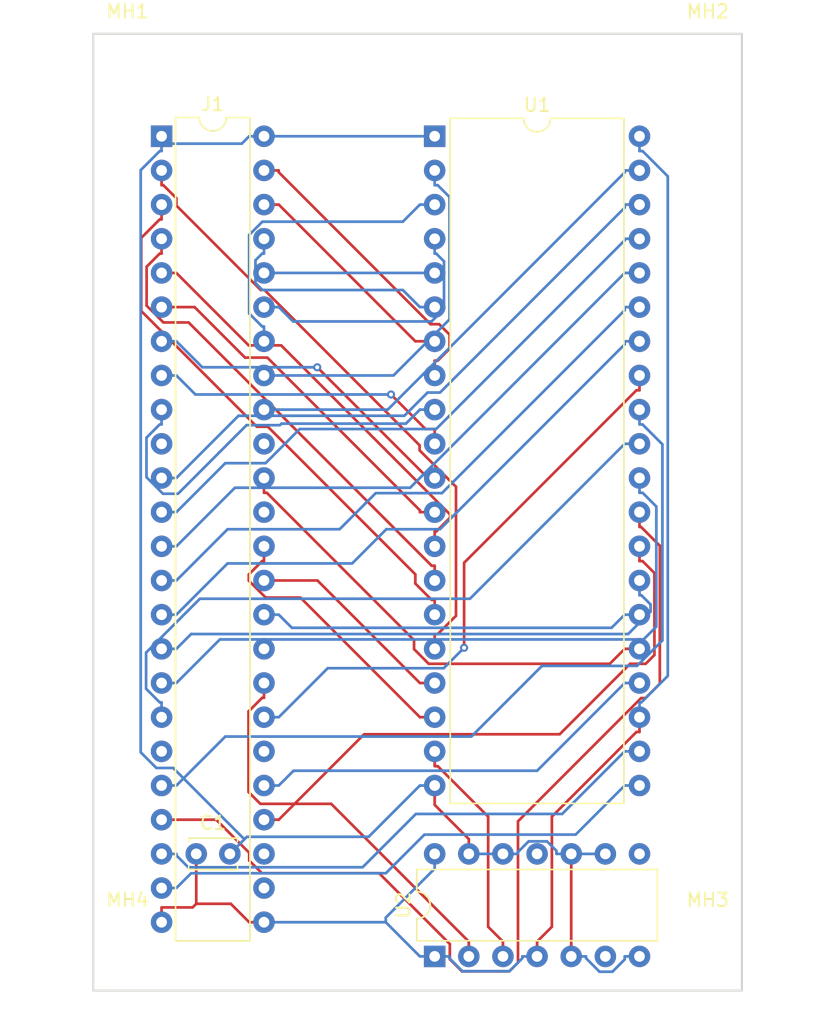
<source format=kicad_pcb>
(kicad_pcb (version 20171130) (host pcbnew 5.1.5+dfsg1-2build2)

  (general
    (thickness 1.6)
    (drawings 4)
    (tracks 358)
    (zones 0)
    (modules 8)
    (nets 51)
  )

  (page A4)
  (layers
    (0 F.Cu signal)
    (31 B.Cu signal)
    (32 B.Adhes user)
    (33 F.Adhes user)
    (34 B.Paste user)
    (35 F.Paste user)
    (36 B.SilkS user)
    (37 F.SilkS user)
    (38 B.Mask user)
    (39 F.Mask user)
    (40 Dwgs.User user)
    (41 Cmts.User user)
    (42 Eco1.User user)
    (43 Eco2.User user)
    (44 Edge.Cuts user)
    (45 Margin user)
    (46 B.CrtYd user)
    (47 F.CrtYd user)
    (48 B.Fab user)
    (49 F.Fab user)
  )

  (setup
    (last_trace_width 0.2)
    (user_trace_width 0.2)
    (user_trace_width 0.4)
    (user_trace_width 0.6)
    (user_trace_width 0.8)
    (user_trace_width 1)
    (user_trace_width 1.2)
    (user_trace_width 1.6)
    (user_trace_width 2)
    (trace_clearance 0.2)
    (zone_clearance 0.35)
    (zone_45_only no)
    (trace_min 0.1524)
    (via_size 0.6)
    (via_drill 0.3)
    (via_min_size 0.5)
    (via_min_drill 0.2)
    (user_via 0.9 0.5)
    (user_via 1.2 0.8)
    (user_via 1.4 0.9)
    (user_via 1.5 1)
    (uvia_size 0.3)
    (uvia_drill 0.1)
    (uvias_allowed no)
    (uvia_min_size 0.2)
    (uvia_min_drill 0.1)
    (edge_width 0.15)
    (segment_width 0.2)
    (pcb_text_width 0.3)
    (pcb_text_size 1.5 1.5)
    (mod_edge_width 0.15)
    (mod_text_size 1 1)
    (mod_text_width 0.15)
    (pad_size 3.2 3.2)
    (pad_drill 3.2)
    (pad_to_mask_clearance 0.051)
    (solder_mask_min_width 0.25)
    (aux_axis_origin 101 70)
    (grid_origin 101 70)
    (visible_elements FFFDFF7F)
    (pcbplotparams
      (layerselection 0x010fc_ffffffff)
      (usegerberextensions false)
      (usegerberattributes false)
      (usegerberadvancedattributes false)
      (creategerberjobfile false)
      (excludeedgelayer true)
      (linewidth 0.100000)
      (plotframeref false)
      (viasonmask false)
      (mode 1)
      (useauxorigin false)
      (hpglpennumber 1)
      (hpglpenspeed 20)
      (hpglpendiameter 15.000000)
      (psnegative false)
      (psa4output false)
      (plotreference true)
      (plotvalue true)
      (plotinvisibletext false)
      (padsonsilk false)
      (subtractmaskfromsilk false)
      (outputformat 1)
      (mirror false)
      (drillshape 1)
      (scaleselection 1)
      (outputdirectory ""))
  )

  (net 0 "")
  (net 1 GND)
  (net 2 VCC)
  (net 3 /P50)
  (net 4 /P53)
  (net 5 "Net-(J1-Pad30)")
  (net 6 /P51)
  (net 7 /P36)
  (net 8 /P52)
  (net 9 "Net-(J1-Pad27)")
  (net 10 /P37)
  (net 11 /P47)
  (net 12 /P55)
  (net 13 /P54)
  (net 14 /P46)
  (net 15 "Net-(J1-Pad26)")
  (net 16 "Net-(J1-Pad19)")
  (net 17 /P35)
  (net 18 /P20)
  (net 19 /P34)
  (net 20 /P21)
  (net 21 /P33)
  (net 22 /P22)
  (net 23 /P32)
  (net 24 /P23)
  (net 25 /P31)
  (net 26 /P24)
  (net 27 /P30)
  (net 28 /P25)
  (net 29 "Net-(J1-Pad10)")
  (net 30 /P26)
  (net 31 /P17)
  (net 32 /P27)
  (net 33 /P16)
  (net 34 "Net-(J1-Pad39)")
  (net 35 /P15)
  (net 36 /P40)
  (net 37 /P14)
  (net 38 "Net-(J1-Pad37)")
  (net 39 /P13)
  (net 40 /P42)
  (net 41 /P12)
  (net 42 /P43)
  (net 43 /P11)
  (net 44 /P44)
  (net 45 /P10)
  (net 46 "Net-(J1-Pad33)")
  (net 47 "Net-(U1-Pad19)")
  (net 48 "Net-(U2-Pad6)")
  (net 49 "Net-(U2-Pad11)")
  (net 50 "Net-(U2-Pad8)")

  (net_class Default "This is the default net class."
    (clearance 0.2)
    (trace_width 0.2)
    (via_dia 0.6)
    (via_drill 0.3)
    (uvia_dia 0.3)
    (uvia_drill 0.1)
    (diff_pair_width 0.2)
    (diff_pair_gap 0.2)
    (add_net /P10)
    (add_net /P11)
    (add_net /P12)
    (add_net /P13)
    (add_net /P14)
    (add_net /P15)
    (add_net /P16)
    (add_net /P17)
    (add_net /P20)
    (add_net /P21)
    (add_net /P22)
    (add_net /P23)
    (add_net /P24)
    (add_net /P25)
    (add_net /P26)
    (add_net /P27)
    (add_net /P30)
    (add_net /P31)
    (add_net /P32)
    (add_net /P33)
    (add_net /P34)
    (add_net /P35)
    (add_net /P36)
    (add_net /P37)
    (add_net /P40)
    (add_net /P42)
    (add_net /P43)
    (add_net /P44)
    (add_net /P46)
    (add_net /P47)
    (add_net /P50)
    (add_net /P51)
    (add_net /P52)
    (add_net /P53)
    (add_net /P54)
    (add_net /P55)
    (add_net GND)
    (add_net "Net-(J1-Pad10)")
    (add_net "Net-(J1-Pad19)")
    (add_net "Net-(J1-Pad26)")
    (add_net "Net-(J1-Pad27)")
    (add_net "Net-(J1-Pad30)")
    (add_net "Net-(J1-Pad33)")
    (add_net "Net-(J1-Pad37)")
    (add_net "Net-(J1-Pad39)")
    (add_net "Net-(U1-Pad19)")
    (add_net "Net-(U2-Pad11)")
    (add_net "Net-(U2-Pad6)")
    (add_net "Net-(U2-Pad8)")
    (add_net VCC)
  )

  (module Package_DIP:DIP-40_W15.24mm (layer F.Cu) (tedit 5A02E8C5) (tstamp 61E7AEA6)
    (at 123.86 75.08)
    (descr "40-lead though-hole mounted DIP package, row spacing 15.24 mm (600 mils)")
    (tags "THT DIP DIL PDIP 2.54mm 15.24mm 600mil")
    (path /61EB3774)
    (fp_text reference U1 (at 7.62 -2.33) (layer F.SilkS)
      (effects (font (size 1 1) (thickness 0.15)))
    )
    (fp_text value P80C86A (at 7.62 50.59) (layer F.Fab)
      (effects (font (size 1 1) (thickness 0.15)))
    )
    (fp_text user %R (at 7.62 24.13) (layer F.Fab)
      (effects (font (size 1 1) (thickness 0.15)))
    )
    (fp_line (start 16.3 -1.55) (end -1.05 -1.55) (layer F.CrtYd) (width 0.05))
    (fp_line (start 16.3 49.8) (end 16.3 -1.55) (layer F.CrtYd) (width 0.05))
    (fp_line (start -1.05 49.8) (end 16.3 49.8) (layer F.CrtYd) (width 0.05))
    (fp_line (start -1.05 -1.55) (end -1.05 49.8) (layer F.CrtYd) (width 0.05))
    (fp_line (start 14.08 -1.33) (end 8.62 -1.33) (layer F.SilkS) (width 0.12))
    (fp_line (start 14.08 49.59) (end 14.08 -1.33) (layer F.SilkS) (width 0.12))
    (fp_line (start 1.16 49.59) (end 14.08 49.59) (layer F.SilkS) (width 0.12))
    (fp_line (start 1.16 -1.33) (end 1.16 49.59) (layer F.SilkS) (width 0.12))
    (fp_line (start 6.62 -1.33) (end 1.16 -1.33) (layer F.SilkS) (width 0.12))
    (fp_line (start 0.255 -0.27) (end 1.255 -1.27) (layer F.Fab) (width 0.1))
    (fp_line (start 0.255 49.53) (end 0.255 -0.27) (layer F.Fab) (width 0.1))
    (fp_line (start 14.985 49.53) (end 0.255 49.53) (layer F.Fab) (width 0.1))
    (fp_line (start 14.985 -1.27) (end 14.985 49.53) (layer F.Fab) (width 0.1))
    (fp_line (start 1.255 -1.27) (end 14.985 -1.27) (layer F.Fab) (width 0.1))
    (fp_arc (start 7.62 -1.33) (end 6.62 -1.33) (angle -180) (layer F.SilkS) (width 0.12))
    (pad 40 thru_hole oval (at 15.24 0) (size 1.6 1.6) (drill 0.8) (layers *.Cu *.Mask)
      (net 2 VCC))
    (pad 20 thru_hole oval (at 0 48.26) (size 1.6 1.6) (drill 0.8) (layers *.Cu *.Mask)
      (net 1 GND))
    (pad 39 thru_hole oval (at 15.24 2.54) (size 1.6 1.6) (drill 0.8) (layers *.Cu *.Mask)
      (net 32 /P27))
    (pad 19 thru_hole oval (at 0 45.72) (size 1.6 1.6) (drill 0.8) (layers *.Cu *.Mask)
      (net 47 "Net-(U1-Pad19)"))
    (pad 38 thru_hole oval (at 15.24 5.08) (size 1.6 1.6) (drill 0.8) (layers *.Cu *.Mask)
      (net 27 /P30))
    (pad 18 thru_hole oval (at 0 43.18) (size 1.6 1.6) (drill 0.8) (layers *.Cu *.Mask)
      (net 40 /P42))
    (pad 37 thru_hole oval (at 15.24 7.62) (size 1.6 1.6) (drill 0.8) (layers *.Cu *.Mask)
      (net 25 /P31))
    (pad 17 thru_hole oval (at 0 40.64) (size 1.6 1.6) (drill 0.8) (layers *.Cu *.Mask)
      (net 42 /P43))
    (pad 36 thru_hole oval (at 15.24 10.16) (size 1.6 1.6) (drill 0.8) (layers *.Cu *.Mask)
      (net 23 /P32))
    (pad 16 thru_hole oval (at 0 38.1) (size 1.6 1.6) (drill 0.8) (layers *.Cu *.Mask)
      (net 45 /P10))
    (pad 35 thru_hole oval (at 15.24 12.7) (size 1.6 1.6) (drill 0.8) (layers *.Cu *.Mask)
      (net 21 /P33))
    (pad 15 thru_hole oval (at 0 35.56) (size 1.6 1.6) (drill 0.8) (layers *.Cu *.Mask)
      (net 43 /P11))
    (pad 34 thru_hole oval (at 15.24 15.24) (size 1.6 1.6) (drill 0.8) (layers *.Cu *.Mask)
      (net 19 /P34))
    (pad 14 thru_hole oval (at 0 33.02) (size 1.6 1.6) (drill 0.8) (layers *.Cu *.Mask)
      (net 41 /P12))
    (pad 33 thru_hole oval (at 15.24 17.78) (size 1.6 1.6) (drill 0.8) (layers *.Cu *.Mask)
      (net 11 /P47))
    (pad 13 thru_hole oval (at 0 30.48) (size 1.6 1.6) (drill 0.8) (layers *.Cu *.Mask)
      (net 39 /P13))
    (pad 32 thru_hole oval (at 15.24 20.32) (size 1.6 1.6) (drill 0.8) (layers *.Cu *.Mask)
      (net 3 /P50))
    (pad 12 thru_hole oval (at 0 27.94) (size 1.6 1.6) (drill 0.8) (layers *.Cu *.Mask)
      (net 37 /P14))
    (pad 31 thru_hole oval (at 15.24 22.86) (size 1.6 1.6) (drill 0.8) (layers *.Cu *.Mask)
      (net 10 /P37))
    (pad 11 thru_hole oval (at 0 25.4) (size 1.6 1.6) (drill 0.8) (layers *.Cu *.Mask)
      (net 35 /P15))
    (pad 30 thru_hole oval (at 15.24 25.4) (size 1.6 1.6) (drill 0.8) (layers *.Cu *.Mask)
      (net 7 /P36))
    (pad 10 thru_hole oval (at 0 22.86) (size 1.6 1.6) (drill 0.8) (layers *.Cu *.Mask)
      (net 33 /P16))
    (pad 29 thru_hole oval (at 15.24 27.94) (size 1.6 1.6) (drill 0.8) (layers *.Cu *.Mask)
      (net 6 /P51))
    (pad 9 thru_hole oval (at 0 20.32) (size 1.6 1.6) (drill 0.8) (layers *.Cu *.Mask)
      (net 31 /P17))
    (pad 28 thru_hole oval (at 15.24 30.48) (size 1.6 1.6) (drill 0.8) (layers *.Cu *.Mask)
      (net 12 /P55))
    (pad 8 thru_hole oval (at 0 17.78) (size 1.6 1.6) (drill 0.8) (layers *.Cu *.Mask)
      (net 18 /P20))
    (pad 27 thru_hole oval (at 15.24 33.02) (size 1.6 1.6) (drill 0.8) (layers *.Cu *.Mask)
      (net 17 /P35))
    (pad 7 thru_hole oval (at 0 15.24) (size 1.6 1.6) (drill 0.8) (layers *.Cu *.Mask)
      (net 20 /P21))
    (pad 26 thru_hole oval (at 15.24 35.56) (size 1.6 1.6) (drill 0.8) (layers *.Cu *.Mask)
      (net 44 /P44))
    (pad 6 thru_hole oval (at 0 12.7) (size 1.6 1.6) (drill 0.8) (layers *.Cu *.Mask)
      (net 22 /P22))
    (pad 25 thru_hole oval (at 15.24 38.1) (size 1.6 1.6) (drill 0.8) (layers *.Cu *.Mask)
      (net 36 /P40))
    (pad 5 thru_hole oval (at 0 10.16) (size 1.6 1.6) (drill 0.8) (layers *.Cu *.Mask)
      (net 24 /P23))
    (pad 24 thru_hole oval (at 15.24 40.64) (size 1.6 1.6) (drill 0.8) (layers *.Cu *.Mask)
      (net 13 /P54))
    (pad 4 thru_hole oval (at 0 7.62) (size 1.6 1.6) (drill 0.8) (layers *.Cu *.Mask)
      (net 26 /P24))
    (pad 23 thru_hole oval (at 15.24 43.18) (size 1.6 1.6) (drill 0.8) (layers *.Cu *.Mask)
      (net 2 VCC))
    (pad 3 thru_hole oval (at 0 5.08) (size 1.6 1.6) (drill 0.8) (layers *.Cu *.Mask)
      (net 28 /P25))
    (pad 22 thru_hole oval (at 15.24 45.72) (size 1.6 1.6) (drill 0.8) (layers *.Cu *.Mask)
      (net 8 /P52))
    (pad 2 thru_hole oval (at 0 2.54) (size 1.6 1.6) (drill 0.8) (layers *.Cu *.Mask)
      (net 30 /P26))
    (pad 21 thru_hole oval (at 15.24 48.26) (size 1.6 1.6) (drill 0.8) (layers *.Cu *.Mask)
      (net 4 /P53))
    (pad 1 thru_hole rect (at 0 0) (size 1.6 1.6) (drill 0.8) (layers *.Cu *.Mask)
      (net 1 GND))
    (model ${KISYS3DMOD}/Package_DIP.3dshapes/DIP-40_W15.24mm.wrl
      (at (xyz 0 0 0))
      (scale (xyz 1 1 1))
      (rotate (xyz 0 0 0))
    )
  )

  (module Package_DIP:DIP-14_W7.62mm (layer F.Cu) (tedit 5A02E8C5) (tstamp 61E6ED2A)
    (at 123.86 136.04 90)
    (descr "14-lead though-hole mounted DIP package, row spacing 7.62 mm (300 mils)")
    (tags "THT DIP DIL PDIP 2.54mm 7.62mm 300mil")
    (path /618CEFAB)
    (fp_text reference U2 (at 3.81 -2.33 90) (layer F.SilkS)
      (effects (font (size 1 1) (thickness 0.15)))
    )
    (fp_text value 74HCT126 (at 3.81 17.57 90) (layer F.Fab)
      (effects (font (size 1 1) (thickness 0.15)))
    )
    (fp_text user %R (at 3.81 7.62 90) (layer F.Fab)
      (effects (font (size 1 1) (thickness 0.15)))
    )
    (fp_line (start 8.7 -1.55) (end -1.1 -1.55) (layer F.CrtYd) (width 0.05))
    (fp_line (start 8.7 16.8) (end 8.7 -1.55) (layer F.CrtYd) (width 0.05))
    (fp_line (start -1.1 16.8) (end 8.7 16.8) (layer F.CrtYd) (width 0.05))
    (fp_line (start -1.1 -1.55) (end -1.1 16.8) (layer F.CrtYd) (width 0.05))
    (fp_line (start 6.46 -1.33) (end 4.81 -1.33) (layer F.SilkS) (width 0.12))
    (fp_line (start 6.46 16.57) (end 6.46 -1.33) (layer F.SilkS) (width 0.12))
    (fp_line (start 1.16 16.57) (end 6.46 16.57) (layer F.SilkS) (width 0.12))
    (fp_line (start 1.16 -1.33) (end 1.16 16.57) (layer F.SilkS) (width 0.12))
    (fp_line (start 2.81 -1.33) (end 1.16 -1.33) (layer F.SilkS) (width 0.12))
    (fp_line (start 0.635 -0.27) (end 1.635 -1.27) (layer F.Fab) (width 0.1))
    (fp_line (start 0.635 16.51) (end 0.635 -0.27) (layer F.Fab) (width 0.1))
    (fp_line (start 6.985 16.51) (end 0.635 16.51) (layer F.Fab) (width 0.1))
    (fp_line (start 6.985 -1.27) (end 6.985 16.51) (layer F.Fab) (width 0.1))
    (fp_line (start 1.635 -1.27) (end 6.985 -1.27) (layer F.Fab) (width 0.1))
    (fp_arc (start 3.81 -1.33) (end 2.81 -1.33) (angle -180) (layer F.SilkS) (width 0.12))
    (pad 14 thru_hole oval (at 7.62 0 90) (size 1.6 1.6) (drill 0.8) (layers *.Cu *.Mask)
      (net 2 VCC))
    (pad 7 thru_hole oval (at 0 15.24 90) (size 1.6 1.6) (drill 0.8) (layers *.Cu *.Mask)
      (net 1 GND))
    (pad 13 thru_hole oval (at 7.62 2.54 90) (size 1.6 1.6) (drill 0.8) (layers *.Cu *.Mask)
      (net 1 GND))
    (pad 6 thru_hole oval (at 0 12.7 90) (size 1.6 1.6) (drill 0.8) (layers *.Cu *.Mask)
      (net 48 "Net-(U2-Pad6)"))
    (pad 12 thru_hole oval (at 7.62 5.08 90) (size 1.6 1.6) (drill 0.8) (layers *.Cu *.Mask)
      (net 1 GND))
    (pad 5 thru_hole oval (at 0 10.16 90) (size 1.6 1.6) (drill 0.8) (layers *.Cu *.Mask)
      (net 1 GND))
    (pad 11 thru_hole oval (at 7.62 7.62 90) (size 1.6 1.6) (drill 0.8) (layers *.Cu *.Mask)
      (net 49 "Net-(U2-Pad11)"))
    (pad 4 thru_hole oval (at 0 7.62 90) (size 1.6 1.6) (drill 0.8) (layers *.Cu *.Mask)
      (net 2 VCC))
    (pad 10 thru_hole oval (at 7.62 10.16 90) (size 1.6 1.6) (drill 0.8) (layers *.Cu *.Mask)
      (net 1 GND))
    (pad 3 thru_hole oval (at 0 5.08 90) (size 1.6 1.6) (drill 0.8) (layers *.Cu *.Mask)
      (net 47 "Net-(U1-Pad19)"))
    (pad 9 thru_hole oval (at 7.62 12.7 90) (size 1.6 1.6) (drill 0.8) (layers *.Cu *.Mask)
      (net 1 GND))
    (pad 2 thru_hole oval (at 0 2.54 90) (size 1.6 1.6) (drill 0.8) (layers *.Cu *.Mask)
      (net 14 /P46))
    (pad 8 thru_hole oval (at 7.62 15.24 90) (size 1.6 1.6) (drill 0.8) (layers *.Cu *.Mask)
      (net 50 "Net-(U2-Pad8)"))
    (pad 1 thru_hole rect (at 0 0 90) (size 1.6 1.6) (drill 0.8) (layers *.Cu *.Mask)
      (net 2 VCC))
    (model ${KISYS3DMOD}/Package_DIP.3dshapes/DIP-14_W7.62mm.wrl
      (at (xyz 0 0 0))
      (scale (xyz 1 1 1))
      (rotate (xyz 0 0 0))
    )
  )

  (module 0-LocalLibrary:DIP-48_W7.62mm (layer F.Cu) (tedit 6198C9C5) (tstamp 61E6ECCC)
    (at 103.54 75.08)
    (descr "48-lead dip package, row spacing 7.62 mm (300 mils)")
    (tags "DIL DIP PDIP 2.54mm 7.62mm 300mill")
    (path /627DC9E5)
    (fp_text reference J1 (at 3.81 -2.39) (layer F.SilkS)
      (effects (font (size 1 1) (thickness 0.15)))
    )
    (fp_text value BionicConnector (at 5.08 60.96) (layer F.Fab)
      (effects (font (size 1 1) (thickness 0.15)))
    )
    (fp_line (start 8.68 60.02) (end 8.68 18.72) (layer F.CrtYd) (width 0.05))
    (fp_line (start 7.365 59.69) (end 0.255 59.69) (layer F.Fab) (width 0.1))
    (fp_line (start 0.255 59.69) (end 0.255 20.05) (layer F.Fab) (width 0.1))
    (fp_line (start -1.1 60.02) (end 8.68 60.02) (layer F.CrtYd) (width 0.05))
    (fp_line (start -1.1 18.72) (end -1.1 60.02) (layer F.CrtYd) (width 0.05))
    (fp_line (start 6.58 59.81) (end 6.58 18.93) (layer F.SilkS) (width 0.12))
    (fp_line (start 1.04 59.81) (end 6.58 59.81) (layer F.SilkS) (width 0.12))
    (fp_line (start 1.04 18.93) (end 1.04 59.81) (layer F.SilkS) (width 0.12))
    (fp_line (start 7.365 19.05) (end 7.365 59.69) (layer F.Fab) (width 0.1))
    (fp_arc (start 3.81 -1.39) (end 2.81 -1.39) (angle -180) (layer F.SilkS) (width 0.12))
    (fp_line (start 8.68 -1.6) (end -1.1 -1.6) (layer F.CrtYd) (width 0.05))
    (fp_line (start 8.68 39.7) (end 8.68 -1.6) (layer F.CrtYd) (width 0.05))
    (fp_line (start -1.1 -1.6) (end -1.1 39.7) (layer F.CrtYd) (width 0.05))
    (fp_line (start 6.58 -1.39) (end 4.81 -1.39) (layer F.SilkS) (width 0.12))
    (fp_line (start 6.58 39.49) (end 6.58 -1.39) (layer F.SilkS) (width 0.12))
    (fp_line (start 1.04 -1.39) (end 1.04 39.49) (layer F.SilkS) (width 0.12))
    (fp_line (start 2.81 -1.39) (end 1.04 -1.39) (layer F.SilkS) (width 0.12))
    (fp_line (start 0.255 -0.27) (end 1.255 -1.27) (layer F.Fab) (width 0.1))
    (fp_line (start 0.255 39.37) (end 0.255 -0.27) (layer F.Fab) (width 0.1))
    (fp_line (start 7.365 -1.27) (end 7.365 39.37) (layer F.Fab) (width 0.1))
    (fp_line (start 1.255 -1.27) (end 7.365 -1.27) (layer F.Fab) (width 0.1))
    (fp_text user %R (at 3.81 19.05) (layer F.Fab)
      (effects (font (size 1 1) (thickness 0.15)))
    )
    (pad 20 thru_hole oval (at 0 48.26) (size 1.6 1.6) (drill 0.8) (layers *.Cu *.Mask)
      (net 3 /P50))
    (pad 24 thru_hole oval (at 0 58.42) (size 1.6 1.6) (drill 0.8) (layers *.Cu *.Mask)
      (net 2 VCC))
    (pad 25 thru_hole oval (at 7.62 58.42) (size 1.6 1.6) (drill 0.8) (layers *.Cu *.Mask)
      (net 2 VCC))
    (pad 23 thru_hole oval (at 0 55.88) (size 1.6 1.6) (drill 0.8) (layers *.Cu *.Mask)
      (net 4 /P53))
    (pad 30 thru_hole oval (at 7.62 45.72) (size 1.6 1.6) (drill 0.8) (layers *.Cu *.Mask)
      (net 5 "Net-(J1-Pad30)"))
    (pad 21 thru_hole oval (at 0 50.8) (size 1.6 1.6) (drill 0.8) (layers *.Cu *.Mask)
      (net 6 /P51))
    (pad 17 thru_hole oval (at 0 40.64) (size 1.6 1.6) (drill 0.8) (layers *.Cu *.Mask)
      (net 7 /P36))
    (pad 22 thru_hole oval (at 0 53.34) (size 1.6 1.6) (drill 0.8) (layers *.Cu *.Mask)
      (net 8 /P52))
    (pad 27 thru_hole oval (at 7.62 53.34) (size 1.6 1.6) (drill 0.8) (layers *.Cu *.Mask)
      (net 9 "Net-(J1-Pad27)"))
    (pad 18 thru_hole oval (at 0 43.18) (size 1.6 1.6) (drill 0.8) (layers *.Cu *.Mask)
      (net 10 /P37))
    (pad 31 thru_hole oval (at 7.62 43.18) (size 1.6 1.6) (drill 0.8) (layers *.Cu *.Mask)
      (net 11 /P47))
    (pad 28 thru_hole oval (at 7.62 50.8) (size 1.6 1.6) (drill 0.8) (layers *.Cu *.Mask)
      (net 12 /P55))
    (pad 29 thru_hole oval (at 7.62 48.26) (size 1.6 1.6) (drill 0.8) (layers *.Cu *.Mask)
      (net 13 /P54))
    (pad 32 thru_hole oval (at 7.62 40.64) (size 1.6 1.6) (drill 0.8) (layers *.Cu *.Mask)
      (net 14 /P46))
    (pad 26 thru_hole oval (at 7.62 55.88) (size 1.6 1.6) (drill 0.8) (layers *.Cu *.Mask)
      (net 15 "Net-(J1-Pad26)"))
    (pad 19 thru_hole oval (at 0 45.72) (size 1.6 1.6) (drill 0.8) (layers *.Cu *.Mask)
      (net 16 "Net-(J1-Pad19)"))
    (pad 48 thru_hole oval (at 7.62 0) (size 1.6 1.6) (drill 0.8) (layers *.Cu *.Mask)
      (net 1 GND))
    (pad 16 thru_hole oval (at 0 38.1) (size 1.6 1.6) (drill 0.8) (layers *.Cu *.Mask)
      (net 17 /P35))
    (pad 47 thru_hole oval (at 7.62 2.54) (size 1.6 1.6) (drill 0.8) (layers *.Cu *.Mask)
      (net 18 /P20))
    (pad 15 thru_hole oval (at 0 35.56) (size 1.6 1.6) (drill 0.8) (layers *.Cu *.Mask)
      (net 19 /P34))
    (pad 46 thru_hole oval (at 7.62 5.08) (size 1.6 1.6) (drill 0.8) (layers *.Cu *.Mask)
      (net 20 /P21))
    (pad 14 thru_hole oval (at 0 33.02) (size 1.6 1.6) (drill 0.8) (layers *.Cu *.Mask)
      (net 21 /P33))
    (pad 45 thru_hole oval (at 7.62 7.62) (size 1.6 1.6) (drill 0.8) (layers *.Cu *.Mask)
      (net 22 /P22))
    (pad 13 thru_hole oval (at 0 30.48) (size 1.6 1.6) (drill 0.8) (layers *.Cu *.Mask)
      (net 23 /P32))
    (pad 44 thru_hole oval (at 7.62 10.16) (size 1.6 1.6) (drill 0.8) (layers *.Cu *.Mask)
      (net 24 /P23))
    (pad 12 thru_hole oval (at 0 27.94) (size 1.6 1.6) (drill 0.8) (layers *.Cu *.Mask)
      (net 25 /P31))
    (pad 43 thru_hole oval (at 7.62 12.7) (size 1.6 1.6) (drill 0.8) (layers *.Cu *.Mask)
      (net 26 /P24))
    (pad 11 thru_hole oval (at 0 25.4) (size 1.6 1.6) (drill 0.8) (layers *.Cu *.Mask)
      (net 27 /P30))
    (pad 42 thru_hole oval (at 7.62 15.24) (size 1.6 1.6) (drill 0.8) (layers *.Cu *.Mask)
      (net 28 /P25))
    (pad 10 thru_hole oval (at 0 22.86) (size 1.6 1.6) (drill 0.8) (layers *.Cu *.Mask)
      (net 29 "Net-(J1-Pad10)"))
    (pad 41 thru_hole oval (at 7.62 17.78) (size 1.6 1.6) (drill 0.8) (layers *.Cu *.Mask)
      (net 30 /P26))
    (pad 9 thru_hole oval (at 0 20.32) (size 1.6 1.6) (drill 0.8) (layers *.Cu *.Mask)
      (net 31 /P17))
    (pad 40 thru_hole oval (at 7.62 20.32) (size 1.6 1.6) (drill 0.8) (layers *.Cu *.Mask)
      (net 32 /P27))
    (pad 8 thru_hole oval (at 0 17.78) (size 1.6 1.6) (drill 0.8) (layers *.Cu *.Mask)
      (net 33 /P16))
    (pad 39 thru_hole oval (at 7.62 22.86) (size 1.6 1.6) (drill 0.8) (layers *.Cu *.Mask)
      (net 34 "Net-(J1-Pad39)"))
    (pad 7 thru_hole oval (at 0 15.24) (size 1.6 1.6) (drill 0.8) (layers *.Cu *.Mask)
      (net 35 /P15))
    (pad 38 thru_hole oval (at 7.62 25.4) (size 1.6 1.6) (drill 0.8) (layers *.Cu *.Mask)
      (net 36 /P40))
    (pad 6 thru_hole oval (at 0 12.7) (size 1.6 1.6) (drill 0.8) (layers *.Cu *.Mask)
      (net 37 /P14))
    (pad 37 thru_hole oval (at 7.62 27.94) (size 1.6 1.6) (drill 0.8) (layers *.Cu *.Mask)
      (net 38 "Net-(J1-Pad37)"))
    (pad 5 thru_hole oval (at 0 10.16) (size 1.6 1.6) (drill 0.8) (layers *.Cu *.Mask)
      (net 39 /P13))
    (pad 36 thru_hole oval (at 7.62 30.48) (size 1.6 1.6) (drill 0.8) (layers *.Cu *.Mask)
      (net 40 /P42))
    (pad 4 thru_hole oval (at 0 7.62) (size 1.6 1.6) (drill 0.8) (layers *.Cu *.Mask)
      (net 41 /P12))
    (pad 35 thru_hole oval (at 7.62 33.02) (size 1.6 1.6) (drill 0.8) (layers *.Cu *.Mask)
      (net 42 /P43))
    (pad 3 thru_hole oval (at 0 5.08) (size 1.6 1.6) (drill 0.8) (layers *.Cu *.Mask)
      (net 43 /P11))
    (pad 34 thru_hole oval (at 7.62 35.56) (size 1.6 1.6) (drill 0.8) (layers *.Cu *.Mask)
      (net 44 /P44))
    (pad 2 thru_hole oval (at 0 2.54) (size 1.6 1.6) (drill 0.8) (layers *.Cu *.Mask)
      (net 45 /P10))
    (pad 33 thru_hole oval (at 7.62 38.1) (size 1.6 1.6) (drill 0.8) (layers *.Cu *.Mask)
      (net 46 "Net-(J1-Pad33)"))
    (pad 1 thru_hole rect (at 0 0) (size 1.6 1.6) (drill 0.8) (layers *.Cu *.Mask)
      (net 1 GND))
    (model ${KISYS3DMOD}/Package_DIP.3dshapes/DIP-32_W7.62mm.wrl
      (at (xyz 0 0 0))
      (scale (xyz 1 1 1))
      (rotate (xyz 0 0 0))
    )
  )

  (module Capacitor_THT:C_Disc_D3.4mm_W2.1mm_P2.50mm (layer F.Cu) (tedit 5AE50EF0) (tstamp 61E6EC82)
    (at 106.12 128.42)
    (descr "C, Disc series, Radial, pin pitch=2.50mm, , diameter*width=3.4*2.1mm^2, Capacitor, http://www.vishay.com/docs/45233/krseries.pdf")
    (tags "C Disc series Radial pin pitch 2.50mm  diameter 3.4mm width 2.1mm Capacitor")
    (path /5D0E12B4)
    (fp_text reference C1 (at 1.25 -2.3) (layer F.SilkS)
      (effects (font (size 1 1) (thickness 0.15)))
    )
    (fp_text value 0.1u (at 1.25 2.3) (layer F.Fab)
      (effects (font (size 1 1) (thickness 0.15)))
    )
    (fp_text user %R (at 1.25 0) (layer F.Fab)
      (effects (font (size 0.68 0.68) (thickness 0.102)))
    )
    (fp_line (start 3.55 -1.3) (end -1.05 -1.3) (layer F.CrtYd) (width 0.05))
    (fp_line (start 3.55 1.3) (end 3.55 -1.3) (layer F.CrtYd) (width 0.05))
    (fp_line (start -1.05 1.3) (end 3.55 1.3) (layer F.CrtYd) (width 0.05))
    (fp_line (start -1.05 -1.3) (end -1.05 1.3) (layer F.CrtYd) (width 0.05))
    (fp_line (start 3.07 0.925) (end 3.07 1.17) (layer F.SilkS) (width 0.12))
    (fp_line (start 3.07 -1.17) (end 3.07 -0.925) (layer F.SilkS) (width 0.12))
    (fp_line (start -0.57 0.925) (end -0.57 1.17) (layer F.SilkS) (width 0.12))
    (fp_line (start -0.57 -1.17) (end -0.57 -0.925) (layer F.SilkS) (width 0.12))
    (fp_line (start -0.57 1.17) (end 3.07 1.17) (layer F.SilkS) (width 0.12))
    (fp_line (start -0.57 -1.17) (end 3.07 -1.17) (layer F.SilkS) (width 0.12))
    (fp_line (start 2.95 -1.05) (end -0.45 -1.05) (layer F.Fab) (width 0.1))
    (fp_line (start 2.95 1.05) (end 2.95 -1.05) (layer F.Fab) (width 0.1))
    (fp_line (start -0.45 1.05) (end 2.95 1.05) (layer F.Fab) (width 0.1))
    (fp_line (start -0.45 -1.05) (end -0.45 1.05) (layer F.Fab) (width 0.1))
    (pad 2 thru_hole circle (at 2.5 0) (size 1.6 1.6) (drill 0.8) (layers *.Cu *.Mask)
      (net 1 GND))
    (pad 1 thru_hole circle (at 0 0) (size 1.6 1.6) (drill 0.8) (layers *.Cu *.Mask)
      (net 2 VCC))
    (model ${KISYS3DMOD}/Capacitor_THT.3dshapes/C_Disc_D3.4mm_W2.1mm_P2.50mm.wrl
      (at (xyz 0 0 0))
      (scale (xyz 1 1 1))
      (rotate (xyz 0 0 0))
    )
  )

  (module MountingHole:MountingHole_3.2mm_M3 (layer F.Cu) (tedit 56D1B4CB) (tstamp 618AA90D)
    (at 101 136.04)
    (descr "Mounting Hole 3.2mm, no annular, M3")
    (tags "mounting hole 3.2mm no annular m3")
    (attr virtual)
    (fp_text reference MH4 (at 0 -4.2) (layer F.SilkS)
      (effects (font (size 1 1) (thickness 0.15)))
    )
    (fp_text value MountingHole_3.2mm_M3 (at 0 4.2) (layer F.Fab)
      (effects (font (size 1 1) (thickness 0.15)))
    )
    (fp_circle (center 0 0) (end 3.45 0) (layer F.CrtYd) (width 0.05))
    (fp_circle (center 0 0) (end 3.2 0) (layer Cmts.User) (width 0.15))
    (fp_text user %R (at 0.3 0) (layer F.Fab)
      (effects (font (size 1 1) (thickness 0.15)))
    )
    (pad 1 np_thru_hole circle (at 0 0) (size 3.2 3.2) (drill 3.2) (layers *.Cu *.Mask))
  )

  (module MountingHole:MountingHole_3.2mm_M3 (layer F.Cu) (tedit 56D1B4CB) (tstamp 618AA8EF)
    (at 144.18 136.04)
    (descr "Mounting Hole 3.2mm, no annular, M3")
    (tags "mounting hole 3.2mm no annular m3")
    (attr virtual)
    (fp_text reference MH3 (at 0 -4.2) (layer F.SilkS)
      (effects (font (size 1 1) (thickness 0.15)))
    )
    (fp_text value MountingHole_3.2mm_M3 (at 0 4.2) (layer F.Fab)
      (effects (font (size 1 1) (thickness 0.15)))
    )
    (fp_circle (center 0 0) (end 3.45 0) (layer F.CrtYd) (width 0.05))
    (fp_circle (center 0 0) (end 3.2 0) (layer Cmts.User) (width 0.15))
    (fp_text user %R (at 0.3 0) (layer F.Fab)
      (effects (font (size 1 1) (thickness 0.15)))
    )
    (pad 1 np_thru_hole circle (at 0 0) (size 3.2 3.2) (drill 3.2) (layers *.Cu *.Mask))
  )

  (module MountingHole:MountingHole_3.2mm_M3 (layer F.Cu) (tedit 56D1B4CB) (tstamp 618AA8C0)
    (at 144.18 70)
    (descr "Mounting Hole 3.2mm, no annular, M3")
    (tags "mounting hole 3.2mm no annular m3")
    (attr virtual)
    (fp_text reference MH2 (at 0 -4.2) (layer F.SilkS)
      (effects (font (size 1 1) (thickness 0.15)))
    )
    (fp_text value MountingHole_3.2mm_M3 (at 0 4.2) (layer F.Fab)
      (effects (font (size 1 1) (thickness 0.15)))
    )
    (fp_circle (center 0 0) (end 3.45 0) (layer F.CrtYd) (width 0.05))
    (fp_circle (center 0 0) (end 3.2 0) (layer Cmts.User) (width 0.15))
    (fp_text user %R (at 0.3 0) (layer F.Fab)
      (effects (font (size 1 1) (thickness 0.15)))
    )
    (pad 1 np_thru_hole circle (at 0 0) (size 3.2 3.2) (drill 3.2) (layers *.Cu *.Mask))
  )

  (module MountingHole:MountingHole_3.2mm_M3 (layer F.Cu) (tedit 618A6455) (tstamp 618AA897)
    (at 101 70)
    (descr "Mounting Hole 3.2mm, no annular, M3")
    (tags "mounting hole 3.2mm no annular m3")
    (attr virtual)
    (fp_text reference MH1 (at 0 -4.2) (layer F.SilkS)
      (effects (font (size 1 1) (thickness 0.15)))
    )
    (fp_text value MountingHole_3.2mm_M3 (at 0 4.2) (layer F.Fab)
      (effects (font (size 1 1) (thickness 0.15)))
    )
    (fp_circle (center 0 0) (end 3.45 0) (layer F.CrtYd) (width 0.05))
    (fp_circle (center 0 0) (end 3.2 0) (layer Cmts.User) (width 0.15))
    (fp_text user %R (at 0.3 0) (layer F.Fab)
      (effects (font (size 1 1) (thickness 0.15)))
    )
    (pad "" np_thru_hole circle (at 0 0) (size 3.2 3.2) (drill 3.2) (layers *.Cu *.Mask))
  )

  (gr_line (start 98.46 138.58) (end 98.46 67.46) (layer Edge.Cuts) (width 0.15) (tstamp 618AA84D))
  (gr_line (start 146.72 138.58) (end 98.46 138.58) (layer Edge.Cuts) (width 0.15))
  (gr_line (start 146.72 67.46) (end 146.72 138.58) (layer Edge.Cuts) (width 0.15))
  (gr_line (start 98.46 67.46) (end 146.72 67.46) (layer Edge.Cuts) (width 0.15))

  (segment (start 111.16 75.08) (end 110.0597 75.08) (width 0.2) (layer B.Cu) (net 1))
  (segment (start 103.54 75.6301) (end 109.5096 75.6301) (width 0.2) (layer B.Cu) (net 1))
  (segment (start 109.5096 75.6301) (end 110.0597 75.08) (width 0.2) (layer B.Cu) (net 1))
  (segment (start 103.54 75.6301) (end 103.54 76.1803) (width 0.2) (layer B.Cu) (net 1))
  (segment (start 103.54 75.08) (end 103.54 75.6301) (width 0.2) (layer B.Cu) (net 1))
  (segment (start 109.7051 127.3349) (end 104.4058 122.0356) (width 0.2) (layer B.Cu) (net 1))
  (segment (start 104.4058 122.0356) (end 103.1537 122.0356) (width 0.2) (layer B.Cu) (net 1))
  (segment (start 103.1537 122.0356) (end 101.9865 120.8684) (width 0.2) (layer B.Cu) (net 1))
  (segment (start 101.9865 120.8684) (end 101.9865 77.5963) (width 0.2) (layer B.Cu) (net 1))
  (segment (start 101.9865 77.5963) (end 103.4025 76.1803) (width 0.2) (layer B.Cu) (net 1))
  (segment (start 103.4025 76.1803) (end 103.54 76.1803) (width 0.2) (layer B.Cu) (net 1))
  (segment (start 109.7051 127.3349) (end 109.89 127.15) (width 0.2) (layer B.Cu) (net 1))
  (segment (start 109.89 127.15) (end 118.9497 127.15) (width 0.2) (layer B.Cu) (net 1))
  (segment (start 118.9497 127.15) (end 122.7597 123.34) (width 0.2) (layer B.Cu) (net 1))
  (segment (start 108.62 128.42) (end 109.7051 127.3349) (width 0.2) (layer B.Cu) (net 1))
  (segment (start 128.94 128.42) (end 130.0403 128.42) (width 0.2) (layer B.Cu) (net 1))
  (segment (start 130.0403 128.42) (end 130.0403 128.2983) (width 0.2) (layer B.Cu) (net 1))
  (segment (start 130.0403 128.2983) (end 130.8498 127.4888) (width 0.2) (layer B.Cu) (net 1))
  (segment (start 130.8498 127.4888) (end 132.2165 127.4888) (width 0.2) (layer B.Cu) (net 1))
  (segment (start 132.2165 127.4888) (end 132.9197 128.192) (width 0.2) (layer B.Cu) (net 1))
  (segment (start 132.9197 128.192) (end 132.9197 128.42) (width 0.2) (layer B.Cu) (net 1))
  (segment (start 126.4 128.42) (end 128.94 128.42) (width 0.2) (layer B.Cu) (net 1))
  (segment (start 134.02 128.42) (end 132.9197 128.42) (width 0.2) (layer B.Cu) (net 1))
  (segment (start 134.02 128.42) (end 134.02 136.04) (width 0.2) (layer F.Cu) (net 1))
  (segment (start 126.4 128.42) (end 126.4 127.3197) (width 0.2) (layer F.Cu) (net 1))
  (segment (start 123.86 123.34) (end 123.86 124.7797) (width 0.2) (layer F.Cu) (net 1))
  (segment (start 123.86 124.7797) (end 126.4 127.3197) (width 0.2) (layer F.Cu) (net 1))
  (segment (start 139.1 136.04) (end 137.9997 136.04) (width 0.2) (layer B.Cu) (net 1))
  (segment (start 134.02 136.04) (end 135.1203 136.04) (width 0.2) (layer B.Cu) (net 1))
  (segment (start 135.1203 136.04) (end 135.1203 136.1775) (width 0.2) (layer B.Cu) (net 1))
  (segment (start 135.1203 136.1775) (end 136.1214 137.1786) (width 0.2) (layer B.Cu) (net 1))
  (segment (start 136.1214 137.1786) (end 137.0891 137.1786) (width 0.2) (layer B.Cu) (net 1))
  (segment (start 137.0891 137.1786) (end 137.9997 136.268) (width 0.2) (layer B.Cu) (net 1))
  (segment (start 137.9997 136.268) (end 137.9997 136.04) (width 0.2) (layer B.Cu) (net 1))
  (segment (start 136.56 128.42) (end 134.02 128.42) (width 0.2) (layer B.Cu) (net 1))
  (segment (start 111.16 75.08) (end 123.86 75.08) (width 0.2) (layer B.Cu) (net 1))
  (segment (start 123.86 123.34) (end 122.7597 123.34) (width 0.2) (layer B.Cu) (net 1))
  (segment (start 139.1 75.08) (end 139.1 76.1803) (width 0.2) (layer B.Cu) (net 2))
  (segment (start 139.1 118.26) (end 139.1 117.1597) (width 0.2) (layer B.Cu) (net 2))
  (segment (start 139.1 117.1597) (end 139.2375 117.1597) (width 0.2) (layer B.Cu) (net 2))
  (segment (start 139.2375 117.1597) (end 141.204 115.1932) (width 0.2) (layer B.Cu) (net 2))
  (segment (start 141.204 115.1932) (end 141.204 78.0563) (width 0.2) (layer B.Cu) (net 2))
  (segment (start 141.204 78.0563) (end 139.328 76.1803) (width 0.2) (layer B.Cu) (net 2))
  (segment (start 139.328 76.1803) (end 139.1 76.1803) (width 0.2) (layer B.Cu) (net 2))
  (segment (start 139.1 118.26) (end 139.1 119.3603) (width 0.2) (layer F.Cu) (net 2))
  (segment (start 131.48 136.04) (end 131.48 134.9397) (width 0.2) (layer F.Cu) (net 2))
  (segment (start 131.48 134.9397) (end 132.5803 133.8394) (width 0.2) (layer F.Cu) (net 2))
  (segment (start 132.5803 133.8394) (end 132.5803 125.652) (width 0.2) (layer F.Cu) (net 2))
  (segment (start 132.5803 125.652) (end 138.872 119.3603) (width 0.2) (layer F.Cu) (net 2))
  (segment (start 138.872 119.3603) (end 139.1 119.3603) (width 0.2) (layer F.Cu) (net 2))
  (segment (start 120.2197 133.5) (end 122.7597 136.04) (width 0.2) (layer B.Cu) (net 2))
  (segment (start 111.16 133.5) (end 120.2197 133.5) (width 0.2) (layer B.Cu) (net 2))
  (segment (start 120.2197 133.5) (end 120.2197 133.1606) (width 0.2) (layer B.Cu) (net 2))
  (segment (start 120.2197 133.1606) (end 123.86 129.5203) (width 0.2) (layer B.Cu) (net 2))
  (segment (start 123.86 128.42) (end 123.86 129.5203) (width 0.2) (layer B.Cu) (net 2))
  (segment (start 123.86 136.04) (end 122.7597 136.04) (width 0.2) (layer B.Cu) (net 2))
  (segment (start 106.12 132.1299) (end 108.6896 132.1299) (width 0.2) (layer F.Cu) (net 2))
  (segment (start 108.6896 132.1299) (end 110.0597 133.5) (width 0.2) (layer F.Cu) (net 2))
  (segment (start 103.54 132.3997) (end 105.8502 132.3997) (width 0.2) (layer F.Cu) (net 2))
  (segment (start 105.8502 132.3997) (end 106.12 132.1299) (width 0.2) (layer F.Cu) (net 2))
  (segment (start 106.12 128.42) (end 106.12 132.1299) (width 0.2) (layer F.Cu) (net 2))
  (segment (start 111.16 133.5) (end 110.0597 133.5) (width 0.2) (layer F.Cu) (net 2))
  (segment (start 123.86 136.04) (end 124.9603 136.04) (width 0.2) (layer B.Cu) (net 2))
  (segment (start 131.48 136.04) (end 130.3797 136.04) (width 0.2) (layer B.Cu) (net 2))
  (segment (start 130.3797 136.04) (end 130.3797 136.1775) (width 0.2) (layer B.Cu) (net 2))
  (segment (start 130.3797 136.1775) (end 129.4169 137.1403) (width 0.2) (layer B.Cu) (net 2))
  (segment (start 129.4169 137.1403) (end 125.9229 137.1403) (width 0.2) (layer B.Cu) (net 2))
  (segment (start 125.9229 137.1403) (end 124.9603 136.1777) (width 0.2) (layer B.Cu) (net 2))
  (segment (start 124.9603 136.1777) (end 124.9603 136.04) (width 0.2) (layer B.Cu) (net 2))
  (segment (start 103.54 133.5) (end 103.54 132.3997) (width 0.2) (layer F.Cu) (net 2))
  (segment (start 139.1 95.4) (end 139.1 96.5003) (width 0.2) (layer B.Cu) (net 3))
  (segment (start 103.54 123.34) (end 104.6403 123.34) (width 0.2) (layer B.Cu) (net 3))
  (segment (start 104.6403 123.34) (end 108.2807 119.6996) (width 0.2) (layer B.Cu) (net 3))
  (segment (start 108.2807 119.6996) (end 126.5894 119.6996) (width 0.2) (layer B.Cu) (net 3))
  (segment (start 126.5894 119.6996) (end 131.839 114.45) (width 0.2) (layer B.Cu) (net 3))
  (segment (start 131.839 114.45) (end 138.9099 114.45) (width 0.2) (layer B.Cu) (net 3))
  (segment (start 138.9099 114.45) (end 140.8036 112.5563) (width 0.2) (layer B.Cu) (net 3))
  (segment (start 140.8036 112.5563) (end 140.8036 97.9759) (width 0.2) (layer B.Cu) (net 3))
  (segment (start 140.8036 97.9759) (end 139.328 96.5003) (width 0.2) (layer B.Cu) (net 3))
  (segment (start 139.328 96.5003) (end 139.1 96.5003) (width 0.2) (layer B.Cu) (net 3))
  (segment (start 139.1 123.34) (end 137.9997 123.34) (width 0.2) (layer B.Cu) (net 4))
  (segment (start 103.54 130.96) (end 104.6403 130.96) (width 0.2) (layer B.Cu) (net 4))
  (segment (start 104.6403 130.96) (end 105.7406 129.8597) (width 0.2) (layer B.Cu) (net 4))
  (segment (start 105.7406 129.8597) (end 120.2268 129.8597) (width 0.2) (layer B.Cu) (net 4))
  (segment (start 120.2268 129.8597) (end 123.0985 126.988) (width 0.2) (layer B.Cu) (net 4))
  (segment (start 123.0985 126.988) (end 134.3517 126.988) (width 0.2) (layer B.Cu) (net 4))
  (segment (start 134.3517 126.988) (end 137.9997 123.34) (width 0.2) (layer B.Cu) (net 4))
  (segment (start 103.54 125.88) (end 107.6041 125.88) (width 0.2) (layer F.Cu) (net 6))
  (segment (start 107.6041 125.88) (end 110.0596 128.3355) (width 0.2) (layer F.Cu) (net 6))
  (segment (start 110.0596 128.3355) (end 110.0596 128.9134) (width 0.2) (layer F.Cu) (net 6))
  (segment (start 110.0596 128.9134) (end 111.0019 129.8557) (width 0.2) (layer F.Cu) (net 6))
  (segment (start 111.0019 129.8557) (end 119.7224 129.8557) (width 0.2) (layer F.Cu) (net 6))
  (segment (start 119.7224 129.8557) (end 124.9884 135.1217) (width 0.2) (layer F.Cu) (net 6))
  (segment (start 124.9884 135.1217) (end 124.9884 136.2539) (width 0.2) (layer F.Cu) (net 6))
  (segment (start 124.9884 136.2539) (end 125.8914 137.1569) (width 0.2) (layer F.Cu) (net 6))
  (segment (start 125.8914 137.1569) (end 129.4054 137.1569) (width 0.2) (layer F.Cu) (net 6))
  (segment (start 129.4054 137.1569) (end 130.059 136.5033) (width 0.2) (layer F.Cu) (net 6))
  (segment (start 130.059 136.5033) (end 130.059 126.0002) (width 0.2) (layer F.Cu) (net 6))
  (segment (start 130.059 126.0002) (end 139.2214 116.8378) (width 0.2) (layer F.Cu) (net 6))
  (segment (start 139.2214 116.8378) (end 139.5478 116.8378) (width 0.2) (layer F.Cu) (net 6))
  (segment (start 139.5478 116.8378) (end 140.6111 115.7745) (width 0.2) (layer F.Cu) (net 6))
  (segment (start 140.6111 115.7745) (end 140.6111 105.5148) (width 0.2) (layer F.Cu) (net 6))
  (segment (start 140.6111 105.5148) (end 139.2166 104.1203) (width 0.2) (layer F.Cu) (net 6))
  (segment (start 139.2166 104.1203) (end 139.1 104.1203) (width 0.2) (layer F.Cu) (net 6))
  (segment (start 139.1 103.02) (end 139.1 104.1203) (width 0.2) (layer F.Cu) (net 6))
  (segment (start 139.1 100.48) (end 139.1 101.5803) (width 0.2) (layer B.Cu) (net 7))
  (segment (start 103.54 115.72) (end 104.6403 115.72) (width 0.2) (layer B.Cu) (net 7))
  (segment (start 104.6403 115.72) (end 107.8801 112.4802) (width 0.2) (layer B.Cu) (net 7))
  (segment (start 107.8801 112.4802) (end 139.4014 112.4802) (width 0.2) (layer B.Cu) (net 7))
  (segment (start 139.4014 112.4802) (end 140.3527 111.5289) (width 0.2) (layer B.Cu) (net 7))
  (segment (start 140.3527 111.5289) (end 140.3527 102.605) (width 0.2) (layer B.Cu) (net 7))
  (segment (start 140.3527 102.605) (end 139.328 101.5803) (width 0.2) (layer B.Cu) (net 7))
  (segment (start 139.328 101.5803) (end 139.1 101.5803) (width 0.2) (layer B.Cu) (net 7))
  (segment (start 137.9997 120.8) (end 133.3484 125.4513) (width 0.2) (layer B.Cu) (net 8))
  (segment (start 133.3484 125.4513) (end 122.46 125.4513) (width 0.2) (layer B.Cu) (net 8))
  (segment (start 122.46 125.4513) (end 118.4957 129.4156) (width 0.2) (layer B.Cu) (net 8))
  (segment (start 118.4957 129.4156) (end 105.5245 129.4156) (width 0.2) (layer B.Cu) (net 8))
  (segment (start 105.5245 129.4156) (end 104.6403 128.5314) (width 0.2) (layer B.Cu) (net 8))
  (segment (start 104.6403 128.5314) (end 104.6403 128.42) (width 0.2) (layer B.Cu) (net 8))
  (segment (start 139.1 120.8) (end 137.9997 120.8) (width 0.2) (layer B.Cu) (net 8))
  (segment (start 103.54 128.42) (end 104.6403 128.42) (width 0.2) (layer B.Cu) (net 8))
  (segment (start 139.1 97.94) (end 137.9997 97.94) (width 0.2) (layer B.Cu) (net 10))
  (segment (start 103.54 118.26) (end 103.54 117.1597) (width 0.2) (layer B.Cu) (net 10))
  (segment (start 103.54 117.1597) (end 103.4025 117.1597) (width 0.2) (layer B.Cu) (net 10))
  (segment (start 103.4025 117.1597) (end 102.3869 116.1441) (width 0.2) (layer B.Cu) (net 10))
  (segment (start 102.3869 116.1441) (end 102.3869 113.4597) (width 0.2) (layer B.Cu) (net 10))
  (segment (start 102.3869 113.4597) (end 106.3902 109.4564) (width 0.2) (layer B.Cu) (net 10))
  (segment (start 106.3902 109.4564) (end 126.4833 109.4564) (width 0.2) (layer B.Cu) (net 10))
  (segment (start 126.4833 109.4564) (end 137.9997 97.94) (width 0.2) (layer B.Cu) (net 10))
  (segment (start 126.0487 113.1) (end 126.0487 106.7836) (width 0.2) (layer F.Cu) (net 11))
  (segment (start 126.0487 106.7836) (end 138.872 93.9603) (width 0.2) (layer F.Cu) (net 11))
  (segment (start 138.872 93.9603) (end 139.1 93.9603) (width 0.2) (layer F.Cu) (net 11))
  (segment (start 112.2603 118.26) (end 115.9007 114.6196) (width 0.2) (layer B.Cu) (net 11))
  (segment (start 115.9007 114.6196) (end 124.5291 114.6196) (width 0.2) (layer B.Cu) (net 11))
  (segment (start 124.5291 114.6196) (end 126.0487 113.1) (width 0.2) (layer B.Cu) (net 11))
  (segment (start 111.16 118.26) (end 112.2603 118.26) (width 0.2) (layer B.Cu) (net 11))
  (segment (start 139.1 92.86) (end 139.1 93.9603) (width 0.2) (layer F.Cu) (net 11))
  (via (at 126.0487 113.1) (size 0.6) (layers F.Cu B.Cu) (net 11))
  (segment (start 139.1 105.56) (end 139.1 106.6603) (width 0.2) (layer F.Cu) (net 12))
  (segment (start 111.16 125.88) (end 112.2603 125.88) (width 0.2) (layer F.Cu) (net 12))
  (segment (start 112.2603 125.88) (end 118.6103 119.53) (width 0.2) (layer F.Cu) (net 12))
  (segment (start 118.6103 119.53) (end 133.1612 119.53) (width 0.2) (layer F.Cu) (net 12))
  (segment (start 133.1612 119.53) (end 138.4002 114.291) (width 0.2) (layer F.Cu) (net 12))
  (segment (start 138.4002 114.291) (end 139.5605 114.291) (width 0.2) (layer F.Cu) (net 12))
  (segment (start 139.5605 114.291) (end 140.2107 113.6408) (width 0.2) (layer F.Cu) (net 12))
  (segment (start 140.2107 113.6408) (end 140.2107 107.543) (width 0.2) (layer F.Cu) (net 12))
  (segment (start 140.2107 107.543) (end 139.328 106.6603) (width 0.2) (layer F.Cu) (net 12))
  (segment (start 139.328 106.6603) (end 139.1 106.6603) (width 0.2) (layer F.Cu) (net 12))
  (segment (start 139.1 115.72) (end 137.9997 115.72) (width 0.2) (layer B.Cu) (net 13))
  (segment (start 111.16 123.34) (end 112.2603 123.34) (width 0.2) (layer B.Cu) (net 13))
  (segment (start 112.2603 123.34) (end 113.3606 122.2397) (width 0.2) (layer B.Cu) (net 13))
  (segment (start 113.3606 122.2397) (end 131.48 122.2397) (width 0.2) (layer B.Cu) (net 13))
  (segment (start 131.48 122.2397) (end 137.9997 115.72) (width 0.2) (layer B.Cu) (net 13))
  (segment (start 111.16 115.72) (end 111.16 116.8203) (width 0.2) (layer F.Cu) (net 14))
  (segment (start 126.4 136.04) (end 126.4 134.9397) (width 0.2) (layer F.Cu) (net 14))
  (segment (start 111.16 116.8203) (end 111.0225 116.8203) (width 0.2) (layer F.Cu) (net 14))
  (segment (start 111.0225 116.8203) (end 110.0089 117.8339) (width 0.2) (layer F.Cu) (net 14))
  (segment (start 110.0089 117.8339) (end 110.0089 123.8197) (width 0.2) (layer F.Cu) (net 14))
  (segment (start 110.0089 123.8197) (end 110.8897 124.7005) (width 0.2) (layer F.Cu) (net 14))
  (segment (start 110.8897 124.7005) (end 116.1608 124.7005) (width 0.2) (layer F.Cu) (net 14))
  (segment (start 116.1608 124.7005) (end 126.4 134.9397) (width 0.2) (layer F.Cu) (net 14))
  (segment (start 139.1 108.1) (end 139.1 109.2003) (width 0.2) (layer B.Cu) (net 17))
  (segment (start 103.54 113.18) (end 104.6403 113.18) (width 0.2) (layer B.Cu) (net 17))
  (segment (start 104.6403 113.18) (end 105.7406 112.0797) (width 0.2) (layer B.Cu) (net 17))
  (segment (start 105.7406 112.0797) (end 138.2576 112.0797) (width 0.2) (layer B.Cu) (net 17))
  (segment (start 138.2576 112.0797) (end 139.9238 110.4135) (width 0.2) (layer B.Cu) (net 17))
  (segment (start 139.9238 110.4135) (end 139.9238 109.8787) (width 0.2) (layer B.Cu) (net 17))
  (segment (start 139.9238 109.8787) (end 139.2454 109.2003) (width 0.2) (layer B.Cu) (net 17))
  (segment (start 139.2454 109.2003) (end 139.1 109.2003) (width 0.2) (layer B.Cu) (net 17))
  (segment (start 123.86 92.86) (end 123.86 91.7597) (width 0.2) (layer F.Cu) (net 18))
  (segment (start 111.16 77.62) (end 112.2603 77.62) (width 0.2) (layer F.Cu) (net 18))
  (segment (start 112.2603 77.62) (end 112.2603 77.7575) (width 0.2) (layer F.Cu) (net 18))
  (segment (start 112.2603 77.7575) (end 123.5528 89.05) (width 0.2) (layer F.Cu) (net 18))
  (segment (start 123.5528 89.05) (end 124.1944 89.05) (width 0.2) (layer F.Cu) (net 18))
  (segment (start 124.1944 89.05) (end 124.9715 89.8271) (width 0.2) (layer F.Cu) (net 18))
  (segment (start 124.9715 89.8271) (end 124.9715 90.8762) (width 0.2) (layer F.Cu) (net 18))
  (segment (start 124.9715 90.8762) (end 124.088 91.7597) (width 0.2) (layer F.Cu) (net 18))
  (segment (start 124.088 91.7597) (end 123.86 91.7597) (width 0.2) (layer F.Cu) (net 18))
  (segment (start 139.1 90.32) (end 137.9997 90.32) (width 0.2) (layer B.Cu) (net 19))
  (segment (start 103.54 110.64) (end 104.6403 110.64) (width 0.2) (layer B.Cu) (net 19))
  (segment (start 104.6403 110.64) (end 108.4503 106.83) (width 0.2) (layer B.Cu) (net 19))
  (segment (start 108.4503 106.83) (end 117.7227 106.83) (width 0.2) (layer B.Cu) (net 19))
  (segment (start 117.7227 106.83) (end 120.2627 104.29) (width 0.2) (layer B.Cu) (net 19))
  (segment (start 120.2627 104.29) (end 124.2577 104.29) (width 0.2) (layer B.Cu) (net 19))
  (segment (start 124.2577 104.29) (end 137.9997 90.548) (width 0.2) (layer B.Cu) (net 19))
  (segment (start 137.9997 90.548) (end 137.9997 90.32) (width 0.2) (layer B.Cu) (net 19))
  (segment (start 111.16 80.16) (end 112.2603 80.16) (width 0.2) (layer F.Cu) (net 20))
  (segment (start 112.2603 80.16) (end 122.4203 90.32) (width 0.2) (layer F.Cu) (net 20))
  (segment (start 122.4203 90.32) (end 123.86 90.32) (width 0.2) (layer F.Cu) (net 20))
  (segment (start 139.1 87.78) (end 137.9997 87.78) (width 0.2) (layer B.Cu) (net 21))
  (segment (start 103.54 108.1) (end 104.6403 108.1) (width 0.2) (layer B.Cu) (net 21))
  (segment (start 104.6403 108.1) (end 108.4503 104.29) (width 0.2) (layer B.Cu) (net 21))
  (segment (start 108.4503 104.29) (end 116.7861 104.29) (width 0.2) (layer B.Cu) (net 21))
  (segment (start 116.7861 104.29) (end 119.4706 101.6055) (width 0.2) (layer B.Cu) (net 21))
  (segment (start 119.4706 101.6055) (end 124.4022 101.6055) (width 0.2) (layer B.Cu) (net 21))
  (segment (start 124.4022 101.6055) (end 137.9997 88.008) (width 0.2) (layer B.Cu) (net 21))
  (segment (start 137.9997 88.008) (end 137.9997 87.78) (width 0.2) (layer B.Cu) (net 21))
  (segment (start 123.86 87.78) (end 122.7597 87.78) (width 0.2) (layer B.Cu) (net 22))
  (segment (start 111.16 82.7) (end 111.16 83.8003) (width 0.2) (layer B.Cu) (net 22))
  (segment (start 111.16 83.8003) (end 111.0225 83.8003) (width 0.2) (layer B.Cu) (net 22))
  (segment (start 111.0225 83.8003) (end 110.5254 84.2974) (width 0.2) (layer B.Cu) (net 22))
  (segment (start 110.5254 84.2974) (end 110.5254 85.9888) (width 0.2) (layer B.Cu) (net 22))
  (segment (start 110.5254 85.9888) (end 111.0466 86.51) (width 0.2) (layer B.Cu) (net 22))
  (segment (start 111.0466 86.51) (end 121.4897 86.51) (width 0.2) (layer B.Cu) (net 22))
  (segment (start 121.4897 86.51) (end 122.7597 87.78) (width 0.2) (layer B.Cu) (net 22))
  (segment (start 139.1 85.24) (end 137.9997 85.24) (width 0.2) (layer B.Cu) (net 23))
  (segment (start 103.54 105.56) (end 104.6403 105.56) (width 0.2) (layer B.Cu) (net 23))
  (segment (start 104.6403 105.56) (end 108.9952 101.2051) (width 0.2) (layer B.Cu) (net 23))
  (segment (start 108.9952 101.2051) (end 122.0346 101.2051) (width 0.2) (layer B.Cu) (net 23))
  (segment (start 122.0346 101.2051) (end 137.9997 85.24) (width 0.2) (layer B.Cu) (net 23))
  (segment (start 111.16 85.24) (end 123.86 85.24) (width 0.2) (layer B.Cu) (net 24))
  (segment (start 139.1 82.7) (end 137.9997 82.7) (width 0.2) (layer B.Cu) (net 25))
  (segment (start 103.54 103.02) (end 104.6403 103.02) (width 0.2) (layer B.Cu) (net 25))
  (segment (start 104.6403 103.02) (end 108.2806 99.3797) (width 0.2) (layer B.Cu) (net 25))
  (segment (start 108.2806 99.3797) (end 111.2764 99.3797) (width 0.2) (layer B.Cu) (net 25))
  (segment (start 111.2764 99.3797) (end 113.8164 96.8397) (width 0.2) (layer B.Cu) (net 25))
  (segment (start 113.8164 96.8397) (end 123.974 96.8397) (width 0.2) (layer B.Cu) (net 25))
  (segment (start 123.974 96.8397) (end 137.9997 82.814) (width 0.2) (layer B.Cu) (net 25))
  (segment (start 137.9997 82.814) (end 137.9997 82.7) (width 0.2) (layer B.Cu) (net 25))
  (segment (start 123.86 82.7) (end 123.86 83.8003) (width 0.2) (layer B.Cu) (net 26))
  (segment (start 111.16 87.78) (end 112.2603 87.78) (width 0.2) (layer B.Cu) (net 26))
  (segment (start 112.2603 87.78) (end 113.3234 88.8431) (width 0.2) (layer B.Cu) (net 26))
  (segment (start 113.3234 88.8431) (end 123.6344 88.8431) (width 0.2) (layer B.Cu) (net 26))
  (segment (start 123.6344 88.8431) (end 124.5532 87.9243) (width 0.2) (layer B.Cu) (net 26))
  (segment (start 124.5532 87.9243) (end 124.5532 84.3795) (width 0.2) (layer B.Cu) (net 26))
  (segment (start 124.5532 84.3795) (end 123.974 83.8003) (width 0.2) (layer B.Cu) (net 26))
  (segment (start 123.974 83.8003) (end 123.86 83.8003) (width 0.2) (layer B.Cu) (net 26))
  (segment (start 139.1 80.16) (end 137.9997 80.16) (width 0.2) (layer B.Cu) (net 27))
  (segment (start 103.54 100.48) (end 104.6403 100.48) (width 0.2) (layer B.Cu) (net 27))
  (segment (start 104.6403 100.48) (end 109.2644 95.8559) (width 0.2) (layer B.Cu) (net 27))
  (segment (start 109.2644 95.8559) (end 121.6039 95.8559) (width 0.2) (layer B.Cu) (net 27))
  (segment (start 121.6039 95.8559) (end 123.3298 94.13) (width 0.2) (layer B.Cu) (net 27))
  (segment (start 123.3298 94.13) (end 124.2577 94.13) (width 0.2) (layer B.Cu) (net 27))
  (segment (start 124.2577 94.13) (end 137.9997 80.388) (width 0.2) (layer B.Cu) (net 27))
  (segment (start 137.9997 80.388) (end 137.9997 80.16) (width 0.2) (layer B.Cu) (net 27))
  (segment (start 123.86 80.16) (end 122.7597 80.16) (width 0.2) (layer B.Cu) (net 28))
  (segment (start 111.16 90.32) (end 111.16 89.2197) (width 0.2) (layer B.Cu) (net 28))
  (segment (start 111.16 89.2197) (end 111.0225 89.2197) (width 0.2) (layer B.Cu) (net 28))
  (segment (start 111.0225 89.2197) (end 110.0541 88.2513) (width 0.2) (layer B.Cu) (net 28))
  (segment (start 110.0541 88.2513) (end 110.0541 82.4174) (width 0.2) (layer B.Cu) (net 28))
  (segment (start 110.0541 82.4174) (end 111.0415 81.43) (width 0.2) (layer B.Cu) (net 28))
  (segment (start 111.0415 81.43) (end 121.4897 81.43) (width 0.2) (layer B.Cu) (net 28))
  (segment (start 121.4897 81.43) (end 122.7597 80.16) (width 0.2) (layer B.Cu) (net 28))
  (segment (start 112.2603 92.86) (end 120.7938 92.86) (width 0.2) (layer B.Cu) (net 30))
  (segment (start 120.7938 92.86) (end 124.9667 88.6871) (width 0.2) (layer B.Cu) (net 30))
  (segment (start 124.9667 88.6871) (end 124.9667 79.599) (width 0.2) (layer B.Cu) (net 30))
  (segment (start 124.9667 79.599) (end 124.088 78.7203) (width 0.2) (layer B.Cu) (net 30))
  (segment (start 124.088 78.7203) (end 123.86 78.7203) (width 0.2) (layer B.Cu) (net 30))
  (segment (start 123.86 77.62) (end 123.86 78.7203) (width 0.2) (layer B.Cu) (net 30))
  (segment (start 111.16 92.86) (end 112.2603 92.86) (width 0.2) (layer B.Cu) (net 30))
  (segment (start 123.86 95.4) (end 122.7597 95.4) (width 0.2) (layer B.Cu) (net 31))
  (segment (start 103.54 95.4) (end 103.54 96.5003) (width 0.2) (layer B.Cu) (net 31))
  (segment (start 103.54 96.5003) (end 103.4025 96.5003) (width 0.2) (layer B.Cu) (net 31))
  (segment (start 103.4025 96.5003) (end 102.4184 97.4844) (width 0.2) (layer B.Cu) (net 31))
  (segment (start 102.4184 97.4844) (end 102.4184 100.4234) (width 0.2) (layer B.Cu) (net 31))
  (segment (start 102.4184 100.4234) (end 103.6468 101.6518) (width 0.2) (layer B.Cu) (net 31))
  (segment (start 103.6468 101.6518) (end 104.7631 101.6518) (width 0.2) (layer B.Cu) (net 31))
  (segment (start 104.7631 101.6518) (end 109.8602 96.5547) (width 0.2) (layer B.Cu) (net 31))
  (segment (start 109.8602 96.5547) (end 112.348 96.5547) (width 0.2) (layer B.Cu) (net 31))
  (segment (start 112.348 96.5547) (end 112.4634 96.4393) (width 0.2) (layer B.Cu) (net 31))
  (segment (start 112.4634 96.4393) (end 121.7204 96.4393) (width 0.2) (layer B.Cu) (net 31))
  (segment (start 121.7204 96.4393) (end 122.7597 95.4) (width 0.2) (layer B.Cu) (net 31))
  (segment (start 137.9997 77.62) (end 137.9997 77.7702) (width 0.2) (layer B.Cu) (net 32))
  (segment (start 137.9997 77.7702) (end 120.3699 95.4) (width 0.2) (layer B.Cu) (net 32))
  (segment (start 120.3699 95.4) (end 112.2603 95.4) (width 0.2) (layer B.Cu) (net 32))
  (segment (start 111.16 95.4) (end 112.2603 95.4) (width 0.2) (layer B.Cu) (net 32))
  (segment (start 139.1 77.62) (end 137.9997 77.62) (width 0.2) (layer B.Cu) (net 32))
  (segment (start 123.86 96.8397) (end 123.1763 96.8397) (width 0.2) (layer F.Cu) (net 33))
  (segment (start 123.1763 96.8397) (end 120.611 94.2744) (width 0.2) (layer F.Cu) (net 33))
  (segment (start 104.6403 92.86) (end 106.0547 94.2744) (width 0.2) (layer B.Cu) (net 33))
  (segment (start 106.0547 94.2744) (end 120.611 94.2744) (width 0.2) (layer B.Cu) (net 33))
  (segment (start 123.86 97.94) (end 123.86 96.8397) (width 0.2) (layer F.Cu) (net 33))
  (segment (start 103.54 92.86) (end 104.6403 92.86) (width 0.2) (layer B.Cu) (net 33))
  (via (at 120.611 94.2744) (size 0.6) (layers F.Cu B.Cu) (net 33))
  (segment (start 115.1213 92.2521) (end 123.3492 100.48) (width 0.2) (layer F.Cu) (net 35))
  (segment (start 123.3492 100.48) (end 123.86 100.48) (width 0.2) (layer F.Cu) (net 35))
  (segment (start 104.6403 90.32) (end 106.5724 92.2521) (width 0.2) (layer B.Cu) (net 35))
  (segment (start 106.5724 92.2521) (end 115.1213 92.2521) (width 0.2) (layer B.Cu) (net 35))
  (segment (start 103.54 90.32) (end 104.6403 90.32) (width 0.2) (layer B.Cu) (net 35))
  (via (at 115.1213 92.2521) (size 0.6) (layers F.Cu B.Cu) (net 35))
  (segment (start 139.1 113.18) (end 137.9997 113.18) (width 0.2) (layer F.Cu) (net 36))
  (segment (start 111.16 100.48) (end 111.16 101.5803) (width 0.2) (layer F.Cu) (net 36))
  (segment (start 111.16 101.5803) (end 111.3721 101.5803) (width 0.2) (layer F.Cu) (net 36))
  (segment (start 111.3721 101.5803) (end 122.3248 112.533) (width 0.2) (layer F.Cu) (net 36))
  (segment (start 122.3248 112.533) (end 122.3248 113.2019) (width 0.2) (layer F.Cu) (net 36))
  (segment (start 122.3248 113.2019) (end 123.4141 114.2912) (width 0.2) (layer F.Cu) (net 36))
  (segment (start 123.4141 114.2912) (end 136.8885 114.2912) (width 0.2) (layer F.Cu) (net 36))
  (segment (start 136.8885 114.2912) (end 137.9997 113.18) (width 0.2) (layer F.Cu) (net 36))
  (segment (start 122.7597 103.02) (end 122.7597 102.8825) (width 0.2) (layer F.Cu) (net 37))
  (segment (start 122.7597 102.8825) (end 111.4108 91.5336) (width 0.2) (layer F.Cu) (net 37))
  (segment (start 111.4108 91.5336) (end 109.7502 91.5336) (width 0.2) (layer F.Cu) (net 37))
  (segment (start 109.7502 91.5336) (end 105.9966 87.78) (width 0.2) (layer F.Cu) (net 37))
  (segment (start 105.9966 87.78) (end 104.6403 87.78) (width 0.2) (layer F.Cu) (net 37))
  (segment (start 123.86 103.02) (end 122.7597 103.02) (width 0.2) (layer F.Cu) (net 37))
  (segment (start 103.54 87.78) (end 104.6403 87.78) (width 0.2) (layer F.Cu) (net 37))
  (segment (start 123.86 105.56) (end 123.86 104.4597) (width 0.2) (layer F.Cu) (net 39))
  (segment (start 103.54 85.24) (end 104.6403 85.24) (width 0.2) (layer F.Cu) (net 39))
  (segment (start 104.6403 85.24) (end 110.0242 90.6239) (width 0.2) (layer F.Cu) (net 39))
  (segment (start 110.0242 90.6239) (end 112.437 90.6239) (width 0.2) (layer F.Cu) (net 39))
  (segment (start 112.437 90.6239) (end 125.0112 103.1981) (width 0.2) (layer F.Cu) (net 39))
  (segment (start 125.0112 103.1981) (end 125.0112 103.4225) (width 0.2) (layer F.Cu) (net 39))
  (segment (start 125.0112 103.4225) (end 123.974 104.4597) (width 0.2) (layer F.Cu) (net 39))
  (segment (start 123.974 104.4597) (end 123.86 104.4597) (width 0.2) (layer F.Cu) (net 39))
  (segment (start 123.86 118.26) (end 122.7597 118.26) (width 0.2) (layer F.Cu) (net 40))
  (segment (start 111.16 105.56) (end 111.16 106.6603) (width 0.2) (layer F.Cu) (net 40))
  (segment (start 111.16 106.6603) (end 111.0225 106.6603) (width 0.2) (layer F.Cu) (net 40))
  (segment (start 111.0225 106.6603) (end 110.0284 107.6544) (width 0.2) (layer F.Cu) (net 40))
  (segment (start 110.0284 107.6544) (end 110.0284 108.1111) (width 0.2) (layer F.Cu) (net 40))
  (segment (start 110.0284 108.1111) (end 111.2873 109.37) (width 0.2) (layer F.Cu) (net 40))
  (segment (start 111.2873 109.37) (end 113.8697 109.37) (width 0.2) (layer F.Cu) (net 40))
  (segment (start 113.8697 109.37) (end 122.7597 118.26) (width 0.2) (layer F.Cu) (net 40))
  (segment (start 103.54 83.8003) (end 103.4025 83.8003) (width 0.2) (layer F.Cu) (net 41))
  (segment (start 103.4025 83.8003) (end 102.4274 84.7754) (width 0.2) (layer F.Cu) (net 41))
  (segment (start 102.4274 84.7754) (end 102.4274 87.6721) (width 0.2) (layer F.Cu) (net 41))
  (segment (start 102.4274 87.6721) (end 103.6758 88.9205) (width 0.2) (layer F.Cu) (net 41))
  (segment (start 103.6758 88.9205) (end 105.5528 88.9205) (width 0.2) (layer F.Cu) (net 41))
  (segment (start 105.5528 88.9205) (end 123.632 106.9997) (width 0.2) (layer F.Cu) (net 41))
  (segment (start 123.632 106.9997) (end 123.86 106.9997) (width 0.2) (layer F.Cu) (net 41))
  (segment (start 123.86 108.1) (end 123.86 106.9997) (width 0.2) (layer F.Cu) (net 41))
  (segment (start 103.54 82.7) (end 103.54 83.8003) (width 0.2) (layer F.Cu) (net 41))
  (segment (start 123.86 115.72) (end 122.7597 115.72) (width 0.2) (layer F.Cu) (net 42))
  (segment (start 111.16 108.1) (end 115.1397 108.1) (width 0.2) (layer F.Cu) (net 42))
  (segment (start 115.1397 108.1) (end 122.7597 115.72) (width 0.2) (layer F.Cu) (net 42))
  (segment (start 123.86 109.5397) (end 123.632 109.5397) (width 0.2) (layer F.Cu) (net 43))
  (segment (start 123.632 109.5397) (end 122.4204 108.3281) (width 0.2) (layer F.Cu) (net 43))
  (segment (start 122.4204 108.3281) (end 122.4204 107.6414) (width 0.2) (layer F.Cu) (net 43))
  (segment (start 122.4204 107.6414) (end 111.449 96.67) (width 0.2) (layer F.Cu) (net 43))
  (segment (start 111.449 96.67) (end 110.6298 96.67) (width 0.2) (layer F.Cu) (net 43))
  (segment (start 110.6298 96.67) (end 102.0266 88.0668) (width 0.2) (layer F.Cu) (net 43))
  (segment (start 102.0266 88.0668) (end 102.0266 82.636) (width 0.2) (layer F.Cu) (net 43))
  (segment (start 102.0266 82.636) (end 103.4023 81.2603) (width 0.2) (layer F.Cu) (net 43))
  (segment (start 103.4023 81.2603) (end 103.54 81.2603) (width 0.2) (layer F.Cu) (net 43))
  (segment (start 123.86 110.64) (end 123.86 109.5397) (width 0.2) (layer F.Cu) (net 43))
  (segment (start 103.54 80.16) (end 103.54 81.2603) (width 0.2) (layer F.Cu) (net 43))
  (segment (start 139.1 110.64) (end 137.9997 110.64) (width 0.2) (layer B.Cu) (net 44))
  (segment (start 111.16 110.64) (end 112.2603 110.64) (width 0.2) (layer B.Cu) (net 44))
  (segment (start 112.2603 110.64) (end 113.2363 111.616) (width 0.2) (layer B.Cu) (net 44))
  (segment (start 113.2363 111.616) (end 137.0237 111.616) (width 0.2) (layer B.Cu) (net 44))
  (segment (start 137.0237 111.616) (end 137.9997 110.64) (width 0.2) (layer B.Cu) (net 44))
  (segment (start 123.86 113.18) (end 123.86 112.0797) (width 0.2) (layer F.Cu) (net 45))
  (segment (start 103.54 77.62) (end 103.54 78.7203) (width 0.2) (layer F.Cu) (net 45))
  (segment (start 103.54 78.7203) (end 103.6777 78.7203) (width 0.2) (layer F.Cu) (net 45))
  (segment (start 103.6777 78.7203) (end 104.6403 79.6829) (width 0.2) (layer F.Cu) (net 45))
  (segment (start 104.6403 79.6829) (end 104.6403 80.2326) (width 0.2) (layer F.Cu) (net 45))
  (segment (start 104.6403 80.2326) (end 110.9177 86.51) (width 0.2) (layer F.Cu) (net 45))
  (segment (start 110.9177 86.51) (end 111.199 86.51) (width 0.2) (layer F.Cu) (net 45))
  (segment (start 111.199 86.51) (end 122.7397 98.0507) (width 0.2) (layer F.Cu) (net 45))
  (segment (start 122.7397 98.0507) (end 122.7397 98.4248) (width 0.2) (layer F.Cu) (net 45))
  (segment (start 122.7397 98.4248) (end 125.446 101.1311) (width 0.2) (layer F.Cu) (net 45))
  (segment (start 125.446 101.1311) (end 125.446 110.7217) (width 0.2) (layer F.Cu) (net 45))
  (segment (start 125.446 110.7217) (end 124.088 112.0797) (width 0.2) (layer F.Cu) (net 45))
  (segment (start 124.088 112.0797) (end 123.86 112.0797) (width 0.2) (layer F.Cu) (net 45))
  (segment (start 123.86 120.8) (end 123.86 121.9003) (width 0.2) (layer F.Cu) (net 47))
  (segment (start 128.94 136.04) (end 128.94 134.9397) (width 0.2) (layer F.Cu) (net 47))
  (segment (start 128.94 134.9397) (end 127.8397 133.8394) (width 0.2) (layer F.Cu) (net 47))
  (segment (start 127.8397 133.8394) (end 127.8397 125.652) (width 0.2) (layer F.Cu) (net 47))
  (segment (start 127.8397 125.652) (end 124.088 121.9003) (width 0.2) (layer F.Cu) (net 47))
  (segment (start 124.088 121.9003) (end 123.86 121.9003) (width 0.2) (layer F.Cu) (net 47))

)

</source>
